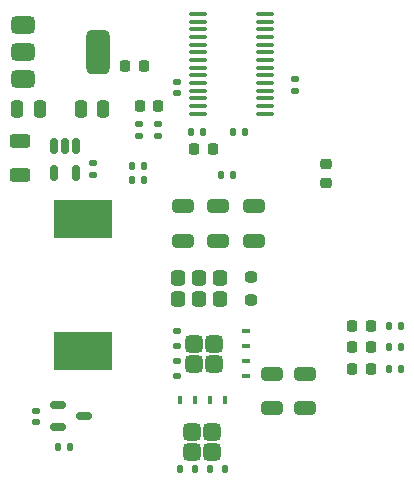
<source format=gbr>
%TF.GenerationSoftware,KiCad,Pcbnew,8.0.8*%
%TF.CreationDate,2025-03-05T15:18:31-05:00*%
%TF.ProjectId,V2.0,56322e30-2e6b-4696-9361-645f70636258,rev?*%
%TF.SameCoordinates,Original*%
%TF.FileFunction,Paste,Top*%
%TF.FilePolarity,Positive*%
%FSLAX46Y46*%
G04 Gerber Fmt 4.6, Leading zero omitted, Abs format (unit mm)*
G04 Created by KiCad (PCBNEW 8.0.8) date 2025-03-05 15:18:31*
%MOMM*%
%LPD*%
G01*
G04 APERTURE LIST*
G04 Aperture macros list*
%AMRoundRect*
0 Rectangle with rounded corners*
0 $1 Rounding radius*
0 $2 $3 $4 $5 $6 $7 $8 $9 X,Y pos of 4 corners*
0 Add a 4 corners polygon primitive as box body*
4,1,4,$2,$3,$4,$5,$6,$7,$8,$9,$2,$3,0*
0 Add four circle primitives for the rounded corners*
1,1,$1+$1,$2,$3*
1,1,$1+$1,$4,$5*
1,1,$1+$1,$6,$7*
1,1,$1+$1,$8,$9*
0 Add four rect primitives between the rounded corners*
20,1,$1+$1,$2,$3,$4,$5,0*
20,1,$1+$1,$4,$5,$6,$7,0*
20,1,$1+$1,$6,$7,$8,$9,0*
20,1,$1+$1,$8,$9,$2,$3,0*%
G04 Aperture macros list end*
%ADD10RoundRect,0.218750X-0.218750X-0.256250X0.218750X-0.256250X0.218750X0.256250X-0.218750X0.256250X0*%
%ADD11RoundRect,0.218750X0.256250X-0.218750X0.256250X0.218750X-0.256250X0.218750X-0.256250X-0.218750X0*%
%ADD12RoundRect,0.140000X-0.140000X-0.170000X0.140000X-0.170000X0.140000X0.170000X-0.140000X0.170000X0*%
%ADD13RoundRect,0.225000X-0.225000X-0.250000X0.225000X-0.250000X0.225000X0.250000X-0.225000X0.250000X0*%
%ADD14RoundRect,0.135000X-0.185000X0.135000X-0.185000X-0.135000X0.185000X-0.135000X0.185000X0.135000X0*%
%ADD15RoundRect,0.250000X0.250000X0.475000X-0.250000X0.475000X-0.250000X-0.475000X0.250000X-0.475000X0*%
%ADD16RoundRect,0.140000X0.170000X-0.140000X0.170000X0.140000X-0.170000X0.140000X-0.170000X-0.140000X0*%
%ADD17RoundRect,0.100000X0.637500X0.100000X-0.637500X0.100000X-0.637500X-0.100000X0.637500X-0.100000X0*%
%ADD18RoundRect,0.135000X-0.135000X-0.185000X0.135000X-0.185000X0.135000X0.185000X-0.135000X0.185000X0*%
%ADD19RoundRect,0.150000X-0.150000X0.512500X-0.150000X-0.512500X0.150000X-0.512500X0.150000X0.512500X0*%
%ADD20RoundRect,0.140000X-0.170000X0.140000X-0.170000X-0.140000X0.170000X-0.140000X0.170000X0.140000X0*%
%ADD21RoundRect,0.250000X0.650000X-0.325000X0.650000X0.325000X-0.650000X0.325000X-0.650000X-0.325000X0*%
%ADD22RoundRect,0.135000X0.135000X0.185000X-0.135000X0.185000X-0.135000X-0.185000X0.135000X-0.185000X0*%
%ADD23RoundRect,0.250000X-0.650000X0.325000X-0.650000X-0.325000X0.650000X-0.325000X0.650000X0.325000X0*%
%ADD24RoundRect,0.218750X0.218750X0.256250X-0.218750X0.256250X-0.218750X-0.256250X0.218750X-0.256250X0*%
%ADD25R,5.000000X3.250000*%
%ADD26RoundRect,0.100000X0.275000X0.100000X-0.275000X0.100000X-0.275000X-0.100000X0.275000X-0.100000X0*%
%ADD27RoundRect,0.125000X0.250000X0.125000X-0.250000X0.125000X-0.250000X-0.125000X0.250000X-0.125000X0*%
%ADD28RoundRect,0.375000X0.375000X0.375000X-0.375000X0.375000X-0.375000X-0.375000X0.375000X-0.375000X0*%
%ADD29RoundRect,0.100000X-0.100000X0.275000X-0.100000X-0.275000X0.100000X-0.275000X0.100000X0.275000X0*%
%ADD30RoundRect,0.125000X-0.125000X0.250000X-0.125000X-0.250000X0.125000X-0.250000X0.125000X0.250000X0*%
%ADD31RoundRect,0.375000X-0.375000X0.375000X-0.375000X-0.375000X0.375000X-0.375000X0.375000X0.375000X0*%
%ADD32RoundRect,0.375000X-0.625000X-0.375000X0.625000X-0.375000X0.625000X0.375000X-0.625000X0.375000X0*%
%ADD33RoundRect,0.500000X-0.500000X-1.400000X0.500000X-1.400000X0.500000X1.400000X-0.500000X1.400000X0*%
%ADD34RoundRect,0.250000X-0.625000X0.312500X-0.625000X-0.312500X0.625000X-0.312500X0.625000X0.312500X0*%
%ADD35RoundRect,0.150000X-0.512500X-0.150000X0.512500X-0.150000X0.512500X0.150000X-0.512500X0.150000X0*%
%ADD36RoundRect,0.237500X-0.262500X0.237500X-0.262500X-0.237500X0.262500X-0.237500X0.262500X0.237500X0*%
%ADD37RoundRect,0.300000X-0.300000X0.350000X-0.300000X-0.350000X0.300000X-0.350000X0.300000X0.350000X0*%
%ADD38RoundRect,0.250000X-0.250000X-0.475000X0.250000X-0.475000X0.250000X0.475000X-0.250000X0.475000X0*%
G04 APERTURE END LIST*
D10*
%TO.C,D6*%
X140012500Y-51400000D03*
X141587500Y-51400000D03*
%TD*%
D11*
%TO.C,D5*%
X157000000Y-61287500D03*
X157000000Y-59712500D03*
%TD*%
D12*
%TO.C,C3*%
X148120000Y-60600000D03*
X149080000Y-60600000D03*
%TD*%
D13*
%TO.C,C12*%
X145837500Y-58375000D03*
X147387500Y-58375000D03*
%TD*%
D14*
%TO.C,R5*%
X154400000Y-52490000D03*
X154400000Y-53510000D03*
%TD*%
D15*
%TO.C,C19*%
X138150000Y-55000000D03*
X136250000Y-55000000D03*
%TD*%
D16*
%TO.C,C20*%
X137300000Y-60580000D03*
X137300000Y-59620000D03*
%TD*%
D17*
%TO.C,U2*%
X151862500Y-55425000D03*
X151862500Y-54775000D03*
X151862500Y-54125000D03*
X151862500Y-53475000D03*
X151862500Y-52825000D03*
X151862500Y-52175000D03*
X151862500Y-51525000D03*
X151862500Y-50875000D03*
X151862500Y-50225000D03*
X151862500Y-49575000D03*
X151862500Y-48925000D03*
X151862500Y-48275000D03*
X151862500Y-47625000D03*
X151862500Y-46975000D03*
X146137500Y-46975000D03*
X146137500Y-47625000D03*
X146137500Y-48275000D03*
X146137500Y-48925000D03*
X146137500Y-49575000D03*
X146137500Y-50225000D03*
X146137500Y-50875000D03*
X146137500Y-51525000D03*
X146137500Y-52175000D03*
X146137500Y-52825000D03*
X146137500Y-53475000D03*
X146137500Y-54125000D03*
X146137500Y-54775000D03*
X146137500Y-55425000D03*
%TD*%
D18*
%TO.C,R9*%
X140580000Y-61000000D03*
X141600000Y-61000000D03*
%TD*%
D19*
%TO.C,U7*%
X135850000Y-58162500D03*
X134900000Y-58162500D03*
X133950000Y-58162500D03*
X133950000Y-60437500D03*
X135850000Y-60437500D03*
%TD*%
D20*
%TO.C,C9*%
X141200000Y-56320000D03*
X141200000Y-57280000D03*
%TD*%
D18*
%TO.C,R6*%
X163322500Y-77000000D03*
X162302500Y-77000000D03*
%TD*%
D21*
%TO.C,CIN2*%
X155200000Y-77420000D03*
X155200000Y-80370000D03*
%TD*%
D22*
%TO.C,R8*%
X141600000Y-59810000D03*
X140580000Y-59810000D03*
%TD*%
D12*
%TO.C,C13*%
X145577500Y-56975000D03*
X146537500Y-56975000D03*
%TD*%
%TO.C,C22*%
X134320000Y-83600000D03*
X135280000Y-83600000D03*
%TD*%
D23*
%TO.C,COUT5*%
X144855000Y-63245000D03*
X144855000Y-66195000D03*
%TD*%
D20*
%TO.C,C10*%
X142800000Y-56320000D03*
X142800000Y-57280000D03*
%TD*%
D24*
%TO.C,D4*%
X159225000Y-77000000D03*
X160800000Y-77000000D03*
%TD*%
D10*
%TO.C,FB1*%
X141212500Y-54800000D03*
X142787500Y-54800000D03*
%TD*%
D18*
%TO.C,R2*%
X149090000Y-57000000D03*
X150110000Y-57000000D03*
%TD*%
D24*
%TO.C,D1*%
X159225000Y-75200000D03*
X160800000Y-75200000D03*
%TD*%
D18*
%TO.C,R3*%
X163322500Y-75200000D03*
X162302500Y-75200000D03*
%TD*%
%TO.C,R4*%
X163322500Y-73400000D03*
X162302500Y-73400000D03*
%TD*%
D20*
%TO.C,C21*%
X132400000Y-80600000D03*
X132400000Y-81560000D03*
%TD*%
D25*
%TO.C,L1*%
X136455000Y-75545000D03*
X136455000Y-64295000D03*
%TD*%
D23*
%TO.C,COUT4*%
X147855000Y-63245000D03*
X147855000Y-66195000D03*
%TD*%
D26*
%TO.C,Q2*%
X150210000Y-73830000D03*
X150210000Y-75100000D03*
X150210000Y-76370000D03*
X150210000Y-77640000D03*
D27*
X144405000Y-73830000D03*
X144405000Y-75100000D03*
X144405000Y-76370000D03*
X144405000Y-77640000D03*
D28*
X145810000Y-74885000D03*
X145810000Y-76585000D03*
X147510000Y-74885000D03*
X147510000Y-76585000D03*
%TD*%
D29*
%TO.C,Q1*%
X144600000Y-79695000D03*
X145870000Y-79695000D03*
X147140000Y-79695000D03*
X148410000Y-79695000D03*
D30*
X144600000Y-85500000D03*
X145870000Y-85500000D03*
X147140000Y-85500000D03*
X148410000Y-85500000D03*
D31*
X145655000Y-84095000D03*
X147355000Y-84095000D03*
X145655000Y-82395000D03*
X147355000Y-82395000D03*
%TD*%
D21*
%TO.C,CIN1*%
X152455000Y-80370000D03*
X152455000Y-77420000D03*
%TD*%
D16*
%TO.C,C11*%
X144400000Y-53680000D03*
X144400000Y-52720000D03*
%TD*%
D32*
%TO.C,U6*%
X131350000Y-47900000D03*
X131350000Y-50200000D03*
D33*
X137650000Y-50200000D03*
D32*
X131350000Y-52500000D03*
%TD*%
D34*
%TO.C,R7*%
X131100000Y-57700000D03*
X131100000Y-60625000D03*
%TD*%
D35*
%TO.C,U8*%
X134262500Y-80050000D03*
X134262500Y-81950000D03*
X136537500Y-81000000D03*
%TD*%
D36*
%TO.C,D2*%
X150605000Y-71165000D03*
X150605000Y-69225000D03*
D37*
X144455000Y-71095000D03*
X146255000Y-71095000D03*
X148055000Y-71095000D03*
X144455000Y-69295000D03*
X146255000Y-69295000D03*
X148055000Y-69295000D03*
%TD*%
D23*
%TO.C,COUT3*%
X150855000Y-63245000D03*
X150855000Y-66195000D03*
%TD*%
D38*
%TO.C,C18*%
X130850000Y-55000000D03*
X132750000Y-55000000D03*
%TD*%
D24*
%TO.C,D3*%
X159225000Y-73400000D03*
X160800000Y-73400000D03*
%TD*%
M02*

</source>
